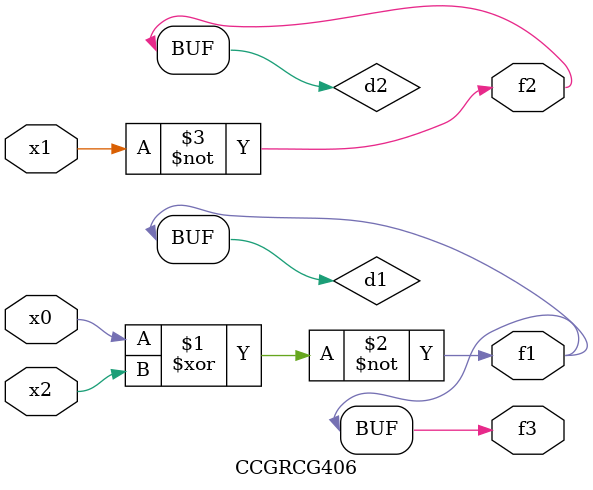
<source format=v>
module CCGRCG406(
	input x0, x1, x2,
	output f1, f2, f3
);

	wire d1, d2, d3;

	xnor (d1, x0, x2);
	nand (d2, x1);
	nor (d3, x1, x2);
	assign f1 = d1;
	assign f2 = d2;
	assign f3 = d1;
endmodule

</source>
